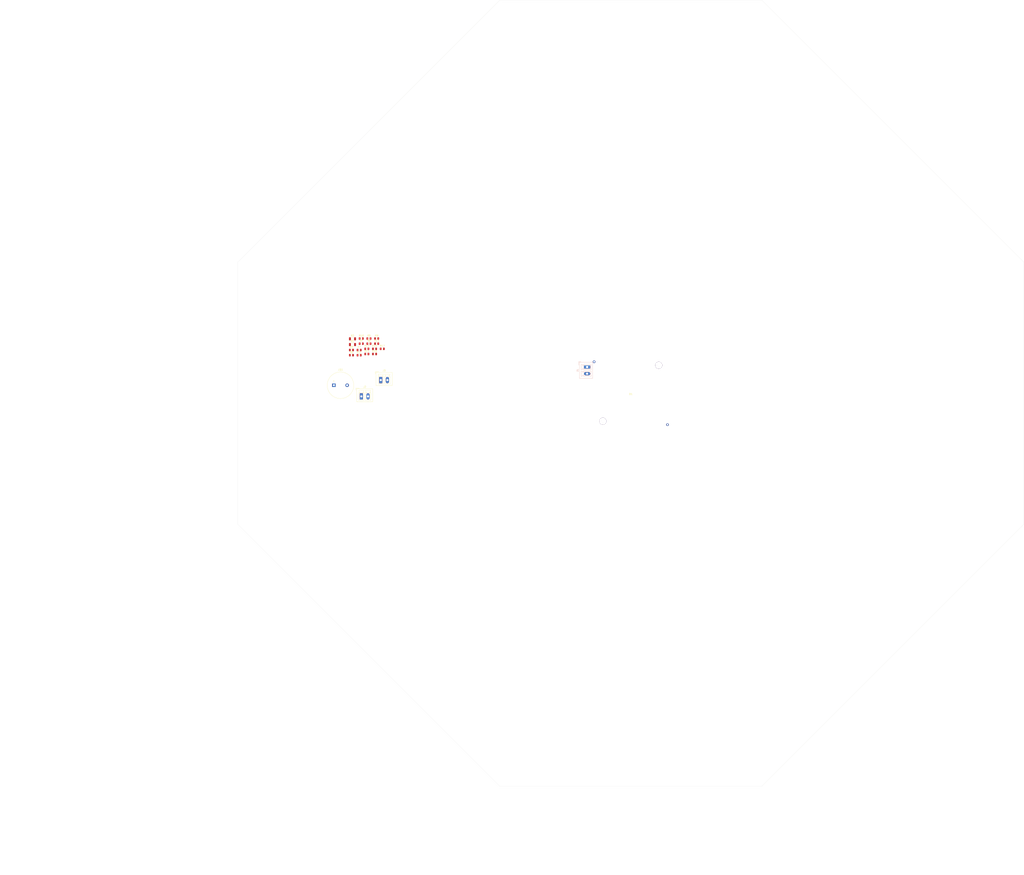
<source format=kicad_pcb>
(kicad_pcb (version 20171130) (host pcbnew 5.1.10)

  (general
    (thickness 1.6)
    (drawings 14)
    (tracks 0)
    (zones 0)
    (modules 22)
    (nets 23)
  )

  (page A1)
  (title_block
    (title "Ultrasonic Array Speaker")
    (date 2021-05-23)
    (rev 0.1)
    (company 000)
    (comment 1 "Design: Alejandro Bizzotto")
  )

  (layers
    (0 F.Cu signal)
    (31 B.Cu signal)
    (32 B.Adhes user)
    (33 F.Adhes user)
    (34 B.Paste user)
    (35 F.Paste user)
    (36 B.SilkS user)
    (37 F.SilkS user)
    (38 B.Mask user)
    (39 F.Mask user)
    (40 Dwgs.User user)
    (41 Cmts.User user)
    (42 Eco1.User user)
    (43 Eco2.User user)
    (44 Edge.Cuts user)
    (45 Margin user)
    (46 B.CrtYd user)
    (47 F.CrtYd user)
    (48 B.Fab user)
    (49 F.Fab user)
  )

  (setup
    (last_trace_width 0.25)
    (trace_clearance 0.2)
    (zone_clearance 0.508)
    (zone_45_only no)
    (trace_min 0.2)
    (via_size 0.8)
    (via_drill 0.4)
    (via_min_size 0.4)
    (via_min_drill 0.3)
    (uvia_size 0.3)
    (uvia_drill 0.1)
    (uvias_allowed no)
    (uvia_min_size 0.2)
    (uvia_min_drill 0.1)
    (edge_width 0.05)
    (segment_width 0.2)
    (pcb_text_width 0.3)
    (pcb_text_size 1.5 1.5)
    (mod_edge_width 0.12)
    (mod_text_size 1 1)
    (mod_text_width 0.15)
    (pad_size 1.524 1.524)
    (pad_drill 0.762)
    (pad_to_mask_clearance 0)
    (aux_axis_origin 0 0)
    (visible_elements FFFFFF7F)
    (pcbplotparams
      (layerselection 0x010fc_ffffffff)
      (usegerberextensions false)
      (usegerberattributes true)
      (usegerberadvancedattributes true)
      (creategerberjobfile true)
      (excludeedgelayer true)
      (linewidth 0.100000)
      (plotframeref false)
      (viasonmask false)
      (mode 1)
      (useauxorigin false)
      (hpglpennumber 1)
      (hpglpenspeed 20)
      (hpglpendiameter 15.000000)
      (psnegative false)
      (psa4output false)
      (plotreference true)
      (plotvalue true)
      (plotinvisibletext false)
      (padsonsilk false)
      (subtractmaskfromsilk false)
      (outputformat 1)
      (mirror false)
      (drillshape 1)
      (scaleselection 1)
      (outputdirectory ""))
  )

  (net 0 "")
  (net 1 "Net-(D1-Pad1)")
  (net 2 "Net-(D1-Pad2)")
  (net 3 "Net-(J2-Pad2)")
  (net 4 "Net-(J2-Pad1)")
  (net 5 "Net-(J3-Pad2)")
  (net 6 "Net-(J3-Pad1)")
  (net 7 "Net-(LS1-Pad2)")
  (net 8 "Net-(LS1-Pad1)")
  (net 9 "Net-(LS2-Pad1)")
  (net 10 "Net-(LS3-Pad1)")
  (net 11 "Net-(LS4-Pad1)")
  (net 12 "Net-(LS5-Pad1)")
  (net 13 "Net-(LS6-Pad1)")
  (net 14 "Net-(LS7-Pad1)")
  (net 15 "Net-(LS8-Pad1)")
  (net 16 "Net-(LS9-Pad1)")
  (net 17 "Net-(LS10-Pad1)")
  (net 18 "Net-(LS11-Pad1)")
  (net 19 "Net-(LS12-Pad1)")
  (net 20 "Net-(LS13-Pad1)")
  (net 21 "Net-(LS14-Pad1)")
  (net 22 "Net-(LS15-Pad1)")

  (net_class Default "This is the default net class."
    (clearance 0.2)
    (trace_width 0.25)
    (via_dia 0.8)
    (via_drill 0.4)
    (uvia_dia 0.3)
    (uvia_drill 0.1)
    (add_net "Net-(D1-Pad1)")
    (add_net "Net-(D1-Pad2)")
    (add_net "Net-(J2-Pad1)")
    (add_net "Net-(J2-Pad2)")
    (add_net "Net-(J3-Pad1)")
    (add_net "Net-(J3-Pad2)")
    (add_net "Net-(LS1-Pad1)")
    (add_net "Net-(LS1-Pad2)")
    (add_net "Net-(LS10-Pad1)")
    (add_net "Net-(LS11-Pad1)")
    (add_net "Net-(LS12-Pad1)")
    (add_net "Net-(LS13-Pad1)")
    (add_net "Net-(LS14-Pad1)")
    (add_net "Net-(LS15-Pad1)")
    (add_net "Net-(LS2-Pad1)")
    (add_net "Net-(LS3-Pad1)")
    (add_net "Net-(LS4-Pad1)")
    (add_net "Net-(LS5-Pad1)")
    (add_net "Net-(LS6-Pad1)")
    (add_net "Net-(LS7-Pad1)")
    (add_net "Net-(LS8-Pad1)")
    (add_net "Net-(LS9-Pad1)")
  )

  (module temp_pcb_lib:CXM-32_LED_38x38mm (layer F.Cu) (tedit 60AA8EF3) (tstamp 60AC25BA)
    (at 425 275)
    (path /60AA264F)
    (fp_text reference D1 (at 0 0.5) (layer F.SilkS)
      (effects (font (size 1 1) (thickness 0.15)))
    )
    (fp_text value LED (at 0 -0.5) (layer F.Fab)
      (effects (font (size 1 1) (thickness 0.15)))
    )
    (fp_line (start -19 -19) (end 19 -19) (layer F.CrtYd) (width 0.12))
    (fp_line (start 19 -19) (end 19 19) (layer F.CrtYd) (width 0.12))
    (fp_line (start 19 19) (end -19 19) (layer F.CrtYd) (width 0.12))
    (fp_line (start -19 19) (end -19 -19) (layer F.CrtYd) (width 0.12))
    (fp_line (start -20 -20) (end 20 -20) (layer F.Fab) (width 0.12))
    (fp_line (start 20 -20) (end 20 20) (layer F.Fab) (width 0.12))
    (fp_line (start 20 20) (end -20 20) (layer F.Fab) (width 0.12))
    (fp_line (start -20 20) (end -20 -20) (layer F.Fab) (width 0.12))
    (pad 1 thru_hole circle (at 21 18) (size 1.5 1.5) (drill 0.8) (layers *.Cu *.Mask)
      (net 1 "Net-(D1-Pad1)"))
    (pad 2 thru_hole circle (at -21 -18) (size 1.5 1.5) (drill 0.8) (layers *.Cu *.Mask)
      (net 2 "Net-(D1-Pad2)"))
    (pad "" thru_hole circle (at -16 16) (size 4 4) (drill 4) (layers *.Cu))
    (pad "" thru_hole circle (at 16 -16) (size 4 4) (drill 4) (layers *.Cu))
    (model /home/jano/kicad_lib/3d/CXM-32-AC40_DF_121918.STEP
      (at (xyz 0 0 0))
      (scale (xyz 1 1 1))
      (rotate (xyz 0 0 0))
    )
  )

  (module Resistor_SMD:R_0805_2012Metric (layer F.Cu) (tedit 5F68FEEE) (tstamp 60AB61D0)
    (at 282.75 249.59)
    (descr "Resistor SMD 0805 (2012 Metric), square (rectangular) end terminal, IPC_7351 nominal, (Body size source: IPC-SM-782 page 72, https://www.pcb-3d.com/wordpress/wp-content/uploads/ipc-sm-782a_amendment_1_and_2.pdf), generated with kicad-footprint-generator")
    (tags resistor)
    (path /621E41A6)
    (attr smd)
    (fp_text reference R17 (at 0 -1.65) (layer F.SilkS)
      (effects (font (size 1 1) (thickness 0.15)))
    )
    (fp_text value 0.1Ω (at 0 1.65) (layer F.Fab)
      (effects (font (size 1 1) (thickness 0.15)))
    )
    (fp_text user %R (at 0 0) (layer F.Fab)
      (effects (font (size 0.5 0.5) (thickness 0.08)))
    )
    (fp_line (start -1 0.625) (end -1 -0.625) (layer F.Fab) (width 0.1))
    (fp_line (start -1 -0.625) (end 1 -0.625) (layer F.Fab) (width 0.1))
    (fp_line (start 1 -0.625) (end 1 0.625) (layer F.Fab) (width 0.1))
    (fp_line (start 1 0.625) (end -1 0.625) (layer F.Fab) (width 0.1))
    (fp_line (start -0.227064 -0.735) (end 0.227064 -0.735) (layer F.SilkS) (width 0.12))
    (fp_line (start -0.227064 0.735) (end 0.227064 0.735) (layer F.SilkS) (width 0.12))
    (fp_line (start -1.68 0.95) (end -1.68 -0.95) (layer F.CrtYd) (width 0.05))
    (fp_line (start -1.68 -0.95) (end 1.68 -0.95) (layer F.CrtYd) (width 0.05))
    (fp_line (start 1.68 -0.95) (end 1.68 0.95) (layer F.CrtYd) (width 0.05))
    (fp_line (start 1.68 0.95) (end -1.68 0.95) (layer F.CrtYd) (width 0.05))
    (pad 2 smd roundrect (at 0.9125 0) (size 1.025 1.4) (layers F.Cu F.Paste F.Mask) (roundrect_rratio 0.243902)
      (net 5 "Net-(J3-Pad2)"))
    (pad 1 smd roundrect (at -0.9125 0) (size 1.025 1.4) (layers F.Cu F.Paste F.Mask) (roundrect_rratio 0.243902)
      (net 22 "Net-(LS15-Pad1)"))
    (model ${KISYS3DMOD}/Resistor_SMD.3dshapes/R_0805_2012Metric.wrl
      (at (xyz 0 0 0))
      (scale (xyz 1 1 1))
      (rotate (xyz 0 0 0))
    )
  )

  (module Resistor_SMD:R_0805_2012Metric (layer F.Cu) (tedit 5F68FEEE) (tstamp 60AB61BF)
    (at 278.34 252.54)
    (descr "Resistor SMD 0805 (2012 Metric), square (rectangular) end terminal, IPC_7351 nominal, (Body size source: IPC-SM-782 page 72, https://www.pcb-3d.com/wordpress/wp-content/uploads/ipc-sm-782a_amendment_1_and_2.pdf), generated with kicad-footprint-generator")
    (tags resistor)
    (path /621E4192)
    (attr smd)
    (fp_text reference R16 (at 0 -1.65) (layer F.SilkS)
      (effects (font (size 1 1) (thickness 0.15)))
    )
    (fp_text value 0.1Ω (at 0 1.65) (layer F.Fab)
      (effects (font (size 1 1) (thickness 0.15)))
    )
    (fp_text user %R (at 0 0) (layer F.Fab)
      (effects (font (size 0.5 0.5) (thickness 0.08)))
    )
    (fp_line (start -1 0.625) (end -1 -0.625) (layer F.Fab) (width 0.1))
    (fp_line (start -1 -0.625) (end 1 -0.625) (layer F.Fab) (width 0.1))
    (fp_line (start 1 -0.625) (end 1 0.625) (layer F.Fab) (width 0.1))
    (fp_line (start 1 0.625) (end -1 0.625) (layer F.Fab) (width 0.1))
    (fp_line (start -0.227064 -0.735) (end 0.227064 -0.735) (layer F.SilkS) (width 0.12))
    (fp_line (start -0.227064 0.735) (end 0.227064 0.735) (layer F.SilkS) (width 0.12))
    (fp_line (start -1.68 0.95) (end -1.68 -0.95) (layer F.CrtYd) (width 0.05))
    (fp_line (start -1.68 -0.95) (end 1.68 -0.95) (layer F.CrtYd) (width 0.05))
    (fp_line (start 1.68 -0.95) (end 1.68 0.95) (layer F.CrtYd) (width 0.05))
    (fp_line (start 1.68 0.95) (end -1.68 0.95) (layer F.CrtYd) (width 0.05))
    (pad 2 smd roundrect (at 0.9125 0) (size 1.025 1.4) (layers F.Cu F.Paste F.Mask) (roundrect_rratio 0.243902)
      (net 5 "Net-(J3-Pad2)"))
    (pad 1 smd roundrect (at -0.9125 0) (size 1.025 1.4) (layers F.Cu F.Paste F.Mask) (roundrect_rratio 0.243902)
      (net 21 "Net-(LS14-Pad1)"))
    (model ${KISYS3DMOD}/Resistor_SMD.3dshapes/R_0805_2012Metric.wrl
      (at (xyz 0 0 0))
      (scale (xyz 1 1 1))
      (rotate (xyz 0 0 0))
    )
  )

  (module Resistor_SMD:R_0805_2012Metric (layer F.Cu) (tedit 5F68FEEE) (tstamp 60AB61AE)
    (at 278.34 249.59)
    (descr "Resistor SMD 0805 (2012 Metric), square (rectangular) end terminal, IPC_7351 nominal, (Body size source: IPC-SM-782 page 72, https://www.pcb-3d.com/wordpress/wp-content/uploads/ipc-sm-782a_amendment_1_and_2.pdf), generated with kicad-footprint-generator")
    (tags resistor)
    (path /621E417E)
    (attr smd)
    (fp_text reference R15 (at 0 -1.65) (layer F.SilkS)
      (effects (font (size 1 1) (thickness 0.15)))
    )
    (fp_text value 0.1Ω (at 0 1.65) (layer F.Fab)
      (effects (font (size 1 1) (thickness 0.15)))
    )
    (fp_text user %R (at 0 0) (layer F.Fab)
      (effects (font (size 0.5 0.5) (thickness 0.08)))
    )
    (fp_line (start -1 0.625) (end -1 -0.625) (layer F.Fab) (width 0.1))
    (fp_line (start -1 -0.625) (end 1 -0.625) (layer F.Fab) (width 0.1))
    (fp_line (start 1 -0.625) (end 1 0.625) (layer F.Fab) (width 0.1))
    (fp_line (start 1 0.625) (end -1 0.625) (layer F.Fab) (width 0.1))
    (fp_line (start -0.227064 -0.735) (end 0.227064 -0.735) (layer F.SilkS) (width 0.12))
    (fp_line (start -0.227064 0.735) (end 0.227064 0.735) (layer F.SilkS) (width 0.12))
    (fp_line (start -1.68 0.95) (end -1.68 -0.95) (layer F.CrtYd) (width 0.05))
    (fp_line (start -1.68 -0.95) (end 1.68 -0.95) (layer F.CrtYd) (width 0.05))
    (fp_line (start 1.68 -0.95) (end 1.68 0.95) (layer F.CrtYd) (width 0.05))
    (fp_line (start 1.68 0.95) (end -1.68 0.95) (layer F.CrtYd) (width 0.05))
    (pad 2 smd roundrect (at 0.9125 0) (size 1.025 1.4) (layers F.Cu F.Paste F.Mask) (roundrect_rratio 0.243902)
      (net 5 "Net-(J3-Pad2)"))
    (pad 1 smd roundrect (at -0.9125 0) (size 1.025 1.4) (layers F.Cu F.Paste F.Mask) (roundrect_rratio 0.243902)
      (net 20 "Net-(LS13-Pad1)"))
    (model ${KISYS3DMOD}/Resistor_SMD.3dshapes/R_0805_2012Metric.wrl
      (at (xyz 0 0 0))
      (scale (xyz 1 1 1))
      (rotate (xyz 0 0 0))
    )
  )

  (module Resistor_SMD:R_0805_2012Metric (layer F.Cu) (tedit 5F68FEEE) (tstamp 60AB619D)
    (at 273.93 252.54)
    (descr "Resistor SMD 0805 (2012 Metric), square (rectangular) end terminal, IPC_7351 nominal, (Body size source: IPC-SM-782 page 72, https://www.pcb-3d.com/wordpress/wp-content/uploads/ipc-sm-782a_amendment_1_and_2.pdf), generated with kicad-footprint-generator")
    (tags resistor)
    (path /621E4168)
    (attr smd)
    (fp_text reference R14 (at 0 -1.65) (layer F.SilkS)
      (effects (font (size 1 1) (thickness 0.15)))
    )
    (fp_text value 0.1Ω (at 0 1.65) (layer F.Fab)
      (effects (font (size 1 1) (thickness 0.15)))
    )
    (fp_text user %R (at 0 0) (layer F.Fab)
      (effects (font (size 0.5 0.5) (thickness 0.08)))
    )
    (fp_line (start -1 0.625) (end -1 -0.625) (layer F.Fab) (width 0.1))
    (fp_line (start -1 -0.625) (end 1 -0.625) (layer F.Fab) (width 0.1))
    (fp_line (start 1 -0.625) (end 1 0.625) (layer F.Fab) (width 0.1))
    (fp_line (start 1 0.625) (end -1 0.625) (layer F.Fab) (width 0.1))
    (fp_line (start -0.227064 -0.735) (end 0.227064 -0.735) (layer F.SilkS) (width 0.12))
    (fp_line (start -0.227064 0.735) (end 0.227064 0.735) (layer F.SilkS) (width 0.12))
    (fp_line (start -1.68 0.95) (end -1.68 -0.95) (layer F.CrtYd) (width 0.05))
    (fp_line (start -1.68 -0.95) (end 1.68 -0.95) (layer F.CrtYd) (width 0.05))
    (fp_line (start 1.68 -0.95) (end 1.68 0.95) (layer F.CrtYd) (width 0.05))
    (fp_line (start 1.68 0.95) (end -1.68 0.95) (layer F.CrtYd) (width 0.05))
    (pad 2 smd roundrect (at 0.9125 0) (size 1.025 1.4) (layers F.Cu F.Paste F.Mask) (roundrect_rratio 0.243902)
      (net 5 "Net-(J3-Pad2)"))
    (pad 1 smd roundrect (at -0.9125 0) (size 1.025 1.4) (layers F.Cu F.Paste F.Mask) (roundrect_rratio 0.243902)
      (net 19 "Net-(LS12-Pad1)"))
    (model ${KISYS3DMOD}/Resistor_SMD.3dshapes/R_0805_2012Metric.wrl
      (at (xyz 0 0 0))
      (scale (xyz 1 1 1))
      (rotate (xyz 0 0 0))
    )
  )

  (module Resistor_SMD:R_0805_2012Metric (layer F.Cu) (tedit 5F68FEEE) (tstamp 60AB618C)
    (at 279.54 246.64)
    (descr "Resistor SMD 0805 (2012 Metric), square (rectangular) end terminal, IPC_7351 nominal, (Body size source: IPC-SM-782 page 72, https://www.pcb-3d.com/wordpress/wp-content/uploads/ipc-sm-782a_amendment_1_and_2.pdf), generated with kicad-footprint-generator")
    (tags resistor)
    (path /621E4151)
    (attr smd)
    (fp_text reference R13 (at 0 -1.65) (layer F.SilkS)
      (effects (font (size 1 1) (thickness 0.15)))
    )
    (fp_text value 0.1Ω (at 0 1.65) (layer F.Fab)
      (effects (font (size 1 1) (thickness 0.15)))
    )
    (fp_text user %R (at 0 0) (layer F.Fab)
      (effects (font (size 0.5 0.5) (thickness 0.08)))
    )
    (fp_line (start -1 0.625) (end -1 -0.625) (layer F.Fab) (width 0.1))
    (fp_line (start -1 -0.625) (end 1 -0.625) (layer F.Fab) (width 0.1))
    (fp_line (start 1 -0.625) (end 1 0.625) (layer F.Fab) (width 0.1))
    (fp_line (start 1 0.625) (end -1 0.625) (layer F.Fab) (width 0.1))
    (fp_line (start -0.227064 -0.735) (end 0.227064 -0.735) (layer F.SilkS) (width 0.12))
    (fp_line (start -0.227064 0.735) (end 0.227064 0.735) (layer F.SilkS) (width 0.12))
    (fp_line (start -1.68 0.95) (end -1.68 -0.95) (layer F.CrtYd) (width 0.05))
    (fp_line (start -1.68 -0.95) (end 1.68 -0.95) (layer F.CrtYd) (width 0.05))
    (fp_line (start 1.68 -0.95) (end 1.68 0.95) (layer F.CrtYd) (width 0.05))
    (fp_line (start 1.68 0.95) (end -1.68 0.95) (layer F.CrtYd) (width 0.05))
    (pad 2 smd roundrect (at 0.9125 0) (size 1.025 1.4) (layers F.Cu F.Paste F.Mask) (roundrect_rratio 0.243902)
      (net 5 "Net-(J3-Pad2)"))
    (pad 1 smd roundrect (at -0.9125 0) (size 1.025 1.4) (layers F.Cu F.Paste F.Mask) (roundrect_rratio 0.243902)
      (net 18 "Net-(LS11-Pad1)"))
    (model ${KISYS3DMOD}/Resistor_SMD.3dshapes/R_0805_2012Metric.wrl
      (at (xyz 0 0 0))
      (scale (xyz 1 1 1))
      (rotate (xyz 0 0 0))
    )
  )

  (module Resistor_SMD:R_0805_2012Metric (layer F.Cu) (tedit 5F68FEEE) (tstamp 60AB617B)
    (at 273.93 249.59)
    (descr "Resistor SMD 0805 (2012 Metric), square (rectangular) end terminal, IPC_7351 nominal, (Body size source: IPC-SM-782 page 72, https://www.pcb-3d.com/wordpress/wp-content/uploads/ipc-sm-782a_amendment_1_and_2.pdf), generated with kicad-footprint-generator")
    (tags resistor)
    (path /620EACC5)
    (attr smd)
    (fp_text reference R12 (at 0 -1.65) (layer F.SilkS)
      (effects (font (size 1 1) (thickness 0.15)))
    )
    (fp_text value 0.1Ω (at 0 1.65) (layer F.Fab)
      (effects (font (size 1 1) (thickness 0.15)))
    )
    (fp_text user %R (at 0 0) (layer F.Fab)
      (effects (font (size 0.5 0.5) (thickness 0.08)))
    )
    (fp_line (start -1 0.625) (end -1 -0.625) (layer F.Fab) (width 0.1))
    (fp_line (start -1 -0.625) (end 1 -0.625) (layer F.Fab) (width 0.1))
    (fp_line (start 1 -0.625) (end 1 0.625) (layer F.Fab) (width 0.1))
    (fp_line (start 1 0.625) (end -1 0.625) (layer F.Fab) (width 0.1))
    (fp_line (start -0.227064 -0.735) (end 0.227064 -0.735) (layer F.SilkS) (width 0.12))
    (fp_line (start -0.227064 0.735) (end 0.227064 0.735) (layer F.SilkS) (width 0.12))
    (fp_line (start -1.68 0.95) (end -1.68 -0.95) (layer F.CrtYd) (width 0.05))
    (fp_line (start -1.68 -0.95) (end 1.68 -0.95) (layer F.CrtYd) (width 0.05))
    (fp_line (start 1.68 -0.95) (end 1.68 0.95) (layer F.CrtYd) (width 0.05))
    (fp_line (start 1.68 0.95) (end -1.68 0.95) (layer F.CrtYd) (width 0.05))
    (pad 2 smd roundrect (at 0.9125 0) (size 1.025 1.4) (layers F.Cu F.Paste F.Mask) (roundrect_rratio 0.243902)
      (net 3 "Net-(J2-Pad2)"))
    (pad 1 smd roundrect (at -0.9125 0) (size 1.025 1.4) (layers F.Cu F.Paste F.Mask) (roundrect_rratio 0.243902)
      (net 17 "Net-(LS10-Pad1)"))
    (model ${KISYS3DMOD}/Resistor_SMD.3dshapes/R_0805_2012Metric.wrl
      (at (xyz 0 0 0))
      (scale (xyz 1 1 1))
      (rotate (xyz 0 0 0))
    )
  )

  (module Resistor_SMD:R_0805_2012Metric (layer F.Cu) (tedit 5F68FEEE) (tstamp 60AB616A)
    (at 269.52 253.22)
    (descr "Resistor SMD 0805 (2012 Metric), square (rectangular) end terminal, IPC_7351 nominal, (Body size source: IPC-SM-782 page 72, https://www.pcb-3d.com/wordpress/wp-content/uploads/ipc-sm-782a_amendment_1_and_2.pdf), generated with kicad-footprint-generator")
    (tags resistor)
    (path /620EACB1)
    (attr smd)
    (fp_text reference R11 (at 0 -1.65) (layer F.SilkS)
      (effects (font (size 1 1) (thickness 0.15)))
    )
    (fp_text value 0.1Ω (at 0 1.65) (layer F.Fab)
      (effects (font (size 1 1) (thickness 0.15)))
    )
    (fp_text user %R (at 0 0) (layer F.Fab)
      (effects (font (size 0.5 0.5) (thickness 0.08)))
    )
    (fp_line (start -1 0.625) (end -1 -0.625) (layer F.Fab) (width 0.1))
    (fp_line (start -1 -0.625) (end 1 -0.625) (layer F.Fab) (width 0.1))
    (fp_line (start 1 -0.625) (end 1 0.625) (layer F.Fab) (width 0.1))
    (fp_line (start 1 0.625) (end -1 0.625) (layer F.Fab) (width 0.1))
    (fp_line (start -0.227064 -0.735) (end 0.227064 -0.735) (layer F.SilkS) (width 0.12))
    (fp_line (start -0.227064 0.735) (end 0.227064 0.735) (layer F.SilkS) (width 0.12))
    (fp_line (start -1.68 0.95) (end -1.68 -0.95) (layer F.CrtYd) (width 0.05))
    (fp_line (start -1.68 -0.95) (end 1.68 -0.95) (layer F.CrtYd) (width 0.05))
    (fp_line (start 1.68 -0.95) (end 1.68 0.95) (layer F.CrtYd) (width 0.05))
    (fp_line (start 1.68 0.95) (end -1.68 0.95) (layer F.CrtYd) (width 0.05))
    (pad 2 smd roundrect (at 0.9125 0) (size 1.025 1.4) (layers F.Cu F.Paste F.Mask) (roundrect_rratio 0.243902)
      (net 3 "Net-(J2-Pad2)"))
    (pad 1 smd roundrect (at -0.9125 0) (size 1.025 1.4) (layers F.Cu F.Paste F.Mask) (roundrect_rratio 0.243902)
      (net 16 "Net-(LS9-Pad1)"))
    (model ${KISYS3DMOD}/Resistor_SMD.3dshapes/R_0805_2012Metric.wrl
      (at (xyz 0 0 0))
      (scale (xyz 1 1 1))
      (rotate (xyz 0 0 0))
    )
  )

  (module Resistor_SMD:R_0805_2012Metric (layer F.Cu) (tedit 5F68FEEE) (tstamp 60AB6159)
    (at 270.72 243.69)
    (descr "Resistor SMD 0805 (2012 Metric), square (rectangular) end terminal, IPC_7351 nominal, (Body size source: IPC-SM-782 page 72, https://www.pcb-3d.com/wordpress/wp-content/uploads/ipc-sm-782a_amendment_1_and_2.pdf), generated with kicad-footprint-generator")
    (tags resistor)
    (path /620EAC9D)
    (attr smd)
    (fp_text reference R10 (at 0 -1.65) (layer F.SilkS)
      (effects (font (size 1 1) (thickness 0.15)))
    )
    (fp_text value 0.1Ω (at 0 1.65) (layer F.Fab)
      (effects (font (size 1 1) (thickness 0.15)))
    )
    (fp_text user %R (at 0 0) (layer F.Fab)
      (effects (font (size 0.5 0.5) (thickness 0.08)))
    )
    (fp_line (start -1 0.625) (end -1 -0.625) (layer F.Fab) (width 0.1))
    (fp_line (start -1 -0.625) (end 1 -0.625) (layer F.Fab) (width 0.1))
    (fp_line (start 1 -0.625) (end 1 0.625) (layer F.Fab) (width 0.1))
    (fp_line (start 1 0.625) (end -1 0.625) (layer F.Fab) (width 0.1))
    (fp_line (start -0.227064 -0.735) (end 0.227064 -0.735) (layer F.SilkS) (width 0.12))
    (fp_line (start -0.227064 0.735) (end 0.227064 0.735) (layer F.SilkS) (width 0.12))
    (fp_line (start -1.68 0.95) (end -1.68 -0.95) (layer F.CrtYd) (width 0.05))
    (fp_line (start -1.68 -0.95) (end 1.68 -0.95) (layer F.CrtYd) (width 0.05))
    (fp_line (start 1.68 -0.95) (end 1.68 0.95) (layer F.CrtYd) (width 0.05))
    (fp_line (start 1.68 0.95) (end -1.68 0.95) (layer F.CrtYd) (width 0.05))
    (pad 2 smd roundrect (at 0.9125 0) (size 1.025 1.4) (layers F.Cu F.Paste F.Mask) (roundrect_rratio 0.243902)
      (net 3 "Net-(J2-Pad2)"))
    (pad 1 smd roundrect (at -0.9125 0) (size 1.025 1.4) (layers F.Cu F.Paste F.Mask) (roundrect_rratio 0.243902)
      (net 15 "Net-(LS8-Pad1)"))
    (model ${KISYS3DMOD}/Resistor_SMD.3dshapes/R_0805_2012Metric.wrl
      (at (xyz 0 0 0))
      (scale (xyz 1 1 1))
      (rotate (xyz 0 0 0))
    )
  )

  (module Resistor_SMD:R_0805_2012Metric (layer F.Cu) (tedit 5F68FEEE) (tstamp 60AB6148)
    (at 279.54 243.69)
    (descr "Resistor SMD 0805 (2012 Metric), square (rectangular) end terminal, IPC_7351 nominal, (Body size source: IPC-SM-782 page 72, https://www.pcb-3d.com/wordpress/wp-content/uploads/ipc-sm-782a_amendment_1_and_2.pdf), generated with kicad-footprint-generator")
    (tags resistor)
    (path /620EAC89)
    (attr smd)
    (fp_text reference R9 (at 0 -1.65) (layer F.SilkS)
      (effects (font (size 1 1) (thickness 0.15)))
    )
    (fp_text value 0.1Ω (at 0 1.65) (layer F.Fab)
      (effects (font (size 1 1) (thickness 0.15)))
    )
    (fp_text user %R (at 0 0) (layer F.Fab)
      (effects (font (size 0.5 0.5) (thickness 0.08)))
    )
    (fp_line (start -1 0.625) (end -1 -0.625) (layer F.Fab) (width 0.1))
    (fp_line (start -1 -0.625) (end 1 -0.625) (layer F.Fab) (width 0.1))
    (fp_line (start 1 -0.625) (end 1 0.625) (layer F.Fab) (width 0.1))
    (fp_line (start 1 0.625) (end -1 0.625) (layer F.Fab) (width 0.1))
    (fp_line (start -0.227064 -0.735) (end 0.227064 -0.735) (layer F.SilkS) (width 0.12))
    (fp_line (start -0.227064 0.735) (end 0.227064 0.735) (layer F.SilkS) (width 0.12))
    (fp_line (start -1.68 0.95) (end -1.68 -0.95) (layer F.CrtYd) (width 0.05))
    (fp_line (start -1.68 -0.95) (end 1.68 -0.95) (layer F.CrtYd) (width 0.05))
    (fp_line (start 1.68 -0.95) (end 1.68 0.95) (layer F.CrtYd) (width 0.05))
    (fp_line (start 1.68 0.95) (end -1.68 0.95) (layer F.CrtYd) (width 0.05))
    (pad 2 smd roundrect (at 0.9125 0) (size 1.025 1.4) (layers F.Cu F.Paste F.Mask) (roundrect_rratio 0.243902)
      (net 3 "Net-(J2-Pad2)"))
    (pad 1 smd roundrect (at -0.9125 0) (size 1.025 1.4) (layers F.Cu F.Paste F.Mask) (roundrect_rratio 0.243902)
      (net 14 "Net-(LS7-Pad1)"))
    (model ${KISYS3DMOD}/Resistor_SMD.3dshapes/R_0805_2012Metric.wrl
      (at (xyz 0 0 0))
      (scale (xyz 1 1 1))
      (rotate (xyz 0 0 0))
    )
  )

  (module Resistor_SMD:R_0805_2012Metric (layer F.Cu) (tedit 5F68FEEE) (tstamp 60AB6137)
    (at 275.13 246.64)
    (descr "Resistor SMD 0805 (2012 Metric), square (rectangular) end terminal, IPC_7351 nominal, (Body size source: IPC-SM-782 page 72, https://www.pcb-3d.com/wordpress/wp-content/uploads/ipc-sm-782a_amendment_1_and_2.pdf), generated with kicad-footprint-generator")
    (tags resistor)
    (path /620EAC75)
    (attr smd)
    (fp_text reference R8 (at 0 -1.65) (layer F.SilkS)
      (effects (font (size 1 1) (thickness 0.15)))
    )
    (fp_text value 0.1Ω (at 0 1.65) (layer F.Fab)
      (effects (font (size 1 1) (thickness 0.15)))
    )
    (fp_text user %R (at 0 0) (layer F.Fab)
      (effects (font (size 0.5 0.5) (thickness 0.08)))
    )
    (fp_line (start -1 0.625) (end -1 -0.625) (layer F.Fab) (width 0.1))
    (fp_line (start -1 -0.625) (end 1 -0.625) (layer F.Fab) (width 0.1))
    (fp_line (start 1 -0.625) (end 1 0.625) (layer F.Fab) (width 0.1))
    (fp_line (start 1 0.625) (end -1 0.625) (layer F.Fab) (width 0.1))
    (fp_line (start -0.227064 -0.735) (end 0.227064 -0.735) (layer F.SilkS) (width 0.12))
    (fp_line (start -0.227064 0.735) (end 0.227064 0.735) (layer F.SilkS) (width 0.12))
    (fp_line (start -1.68 0.95) (end -1.68 -0.95) (layer F.CrtYd) (width 0.05))
    (fp_line (start -1.68 -0.95) (end 1.68 -0.95) (layer F.CrtYd) (width 0.05))
    (fp_line (start 1.68 -0.95) (end 1.68 0.95) (layer F.CrtYd) (width 0.05))
    (fp_line (start 1.68 0.95) (end -1.68 0.95) (layer F.CrtYd) (width 0.05))
    (pad 2 smd roundrect (at 0.9125 0) (size 1.025 1.4) (layers F.Cu F.Paste F.Mask) (roundrect_rratio 0.243902)
      (net 3 "Net-(J2-Pad2)"))
    (pad 1 smd roundrect (at -0.9125 0) (size 1.025 1.4) (layers F.Cu F.Paste F.Mask) (roundrect_rratio 0.243902)
      (net 13 "Net-(LS6-Pad1)"))
    (model ${KISYS3DMOD}/Resistor_SMD.3dshapes/R_0805_2012Metric.wrl
      (at (xyz 0 0 0))
      (scale (xyz 1 1 1))
      (rotate (xyz 0 0 0))
    )
  )

  (module Resistor_SMD:R_0805_2012Metric (layer F.Cu) (tedit 5F68FEEE) (tstamp 60AB6126)
    (at 269.52 250.27)
    (descr "Resistor SMD 0805 (2012 Metric), square (rectangular) end terminal, IPC_7351 nominal, (Body size source: IPC-SM-782 page 72, https://www.pcb-3d.com/wordpress/wp-content/uploads/ipc-sm-782a_amendment_1_and_2.pdf), generated with kicad-footprint-generator")
    (tags resistor)
    (path /620EAC61)
    (attr smd)
    (fp_text reference R7 (at 0 -1.65) (layer F.SilkS)
      (effects (font (size 1 1) (thickness 0.15)))
    )
    (fp_text value 0.1Ω (at 0 1.65) (layer F.Fab)
      (effects (font (size 1 1) (thickness 0.15)))
    )
    (fp_text user %R (at 0 0) (layer F.Fab)
      (effects (font (size 0.5 0.5) (thickness 0.08)))
    )
    (fp_line (start -1 0.625) (end -1 -0.625) (layer F.Fab) (width 0.1))
    (fp_line (start -1 -0.625) (end 1 -0.625) (layer F.Fab) (width 0.1))
    (fp_line (start 1 -0.625) (end 1 0.625) (layer F.Fab) (width 0.1))
    (fp_line (start 1 0.625) (end -1 0.625) (layer F.Fab) (width 0.1))
    (fp_line (start -0.227064 -0.735) (end 0.227064 -0.735) (layer F.SilkS) (width 0.12))
    (fp_line (start -0.227064 0.735) (end 0.227064 0.735) (layer F.SilkS) (width 0.12))
    (fp_line (start -1.68 0.95) (end -1.68 -0.95) (layer F.CrtYd) (width 0.05))
    (fp_line (start -1.68 -0.95) (end 1.68 -0.95) (layer F.CrtYd) (width 0.05))
    (fp_line (start 1.68 -0.95) (end 1.68 0.95) (layer F.CrtYd) (width 0.05))
    (fp_line (start 1.68 0.95) (end -1.68 0.95) (layer F.CrtYd) (width 0.05))
    (pad 2 smd roundrect (at 0.9125 0) (size 1.025 1.4) (layers F.Cu F.Paste F.Mask) (roundrect_rratio 0.243902)
      (net 3 "Net-(J2-Pad2)"))
    (pad 1 smd roundrect (at -0.9125 0) (size 1.025 1.4) (layers F.Cu F.Paste F.Mask) (roundrect_rratio 0.243902)
      (net 12 "Net-(LS5-Pad1)"))
    (model ${KISYS3DMOD}/Resistor_SMD.3dshapes/R_0805_2012Metric.wrl
      (at (xyz 0 0 0))
      (scale (xyz 1 1 1))
      (rotate (xyz 0 0 0))
    )
  )

  (module Resistor_SMD:R_0805_2012Metric (layer F.Cu) (tedit 5F68FEEE) (tstamp 60AB6115)
    (at 265.11 253.22)
    (descr "Resistor SMD 0805 (2012 Metric), square (rectangular) end terminal, IPC_7351 nominal, (Body size source: IPC-SM-782 page 72, https://www.pcb-3d.com/wordpress/wp-content/uploads/ipc-sm-782a_amendment_1_and_2.pdf), generated with kicad-footprint-generator")
    (tags resistor)
    (path /620EAC4D)
    (attr smd)
    (fp_text reference R6 (at 0 -1.65) (layer F.SilkS)
      (effects (font (size 1 1) (thickness 0.15)))
    )
    (fp_text value 0.1Ω (at 0 1.65) (layer F.Fab)
      (effects (font (size 1 1) (thickness 0.15)))
    )
    (fp_text user %R (at 0 0) (layer F.Fab)
      (effects (font (size 0.5 0.5) (thickness 0.08)))
    )
    (fp_line (start -1 0.625) (end -1 -0.625) (layer F.Fab) (width 0.1))
    (fp_line (start -1 -0.625) (end 1 -0.625) (layer F.Fab) (width 0.1))
    (fp_line (start 1 -0.625) (end 1 0.625) (layer F.Fab) (width 0.1))
    (fp_line (start 1 0.625) (end -1 0.625) (layer F.Fab) (width 0.1))
    (fp_line (start -0.227064 -0.735) (end 0.227064 -0.735) (layer F.SilkS) (width 0.12))
    (fp_line (start -0.227064 0.735) (end 0.227064 0.735) (layer F.SilkS) (width 0.12))
    (fp_line (start -1.68 0.95) (end -1.68 -0.95) (layer F.CrtYd) (width 0.05))
    (fp_line (start -1.68 -0.95) (end 1.68 -0.95) (layer F.CrtYd) (width 0.05))
    (fp_line (start 1.68 -0.95) (end 1.68 0.95) (layer F.CrtYd) (width 0.05))
    (fp_line (start 1.68 0.95) (end -1.68 0.95) (layer F.CrtYd) (width 0.05))
    (pad 2 smd roundrect (at 0.9125 0) (size 1.025 1.4) (layers F.Cu F.Paste F.Mask) (roundrect_rratio 0.243902)
      (net 3 "Net-(J2-Pad2)"))
    (pad 1 smd roundrect (at -0.9125 0) (size 1.025 1.4) (layers F.Cu F.Paste F.Mask) (roundrect_rratio 0.243902)
      (net 11 "Net-(LS4-Pad1)"))
    (model ${KISYS3DMOD}/Resistor_SMD.3dshapes/R_0805_2012Metric.wrl
      (at (xyz 0 0 0))
      (scale (xyz 1 1 1))
      (rotate (xyz 0 0 0))
    )
  )

  (module Resistor_SMD:R_0805_2012Metric (layer F.Cu) (tedit 5F68FEEE) (tstamp 60AB6104)
    (at 275.13 243.69)
    (descr "Resistor SMD 0805 (2012 Metric), square (rectangular) end terminal, IPC_7351 nominal, (Body size source: IPC-SM-782 page 72, https://www.pcb-3d.com/wordpress/wp-content/uploads/ipc-sm-782a_amendment_1_and_2.pdf), generated with kicad-footprint-generator")
    (tags resistor)
    (path /620EAC39)
    (attr smd)
    (fp_text reference R5 (at 0 -1.65) (layer F.SilkS)
      (effects (font (size 1 1) (thickness 0.15)))
    )
    (fp_text value 0.1Ω (at 0 1.65) (layer F.Fab)
      (effects (font (size 1 1) (thickness 0.15)))
    )
    (fp_text user %R (at 0 0) (layer F.Fab)
      (effects (font (size 0.5 0.5) (thickness 0.08)))
    )
    (fp_line (start -1 0.625) (end -1 -0.625) (layer F.Fab) (width 0.1))
    (fp_line (start -1 -0.625) (end 1 -0.625) (layer F.Fab) (width 0.1))
    (fp_line (start 1 -0.625) (end 1 0.625) (layer F.Fab) (width 0.1))
    (fp_line (start 1 0.625) (end -1 0.625) (layer F.Fab) (width 0.1))
    (fp_line (start -0.227064 -0.735) (end 0.227064 -0.735) (layer F.SilkS) (width 0.12))
    (fp_line (start -0.227064 0.735) (end 0.227064 0.735) (layer F.SilkS) (width 0.12))
    (fp_line (start -1.68 0.95) (end -1.68 -0.95) (layer F.CrtYd) (width 0.05))
    (fp_line (start -1.68 -0.95) (end 1.68 -0.95) (layer F.CrtYd) (width 0.05))
    (fp_line (start 1.68 -0.95) (end 1.68 0.95) (layer F.CrtYd) (width 0.05))
    (fp_line (start 1.68 0.95) (end -1.68 0.95) (layer F.CrtYd) (width 0.05))
    (pad 2 smd roundrect (at 0.9125 0) (size 1.025 1.4) (layers F.Cu F.Paste F.Mask) (roundrect_rratio 0.243902)
      (net 3 "Net-(J2-Pad2)"))
    (pad 1 smd roundrect (at -0.9125 0) (size 1.025 1.4) (layers F.Cu F.Paste F.Mask) (roundrect_rratio 0.243902)
      (net 10 "Net-(LS3-Pad1)"))
    (model ${KISYS3DMOD}/Resistor_SMD.3dshapes/R_0805_2012Metric.wrl
      (at (xyz 0 0 0))
      (scale (xyz 1 1 1))
      (rotate (xyz 0 0 0))
    )
  )

  (module Resistor_SMD:R_0805_2012Metric (layer F.Cu) (tedit 5F68FEEE) (tstamp 60AB60F3)
    (at 270.72 246.64)
    (descr "Resistor SMD 0805 (2012 Metric), square (rectangular) end terminal, IPC_7351 nominal, (Body size source: IPC-SM-782 page 72, https://www.pcb-3d.com/wordpress/wp-content/uploads/ipc-sm-782a_amendment_1_and_2.pdf), generated with kicad-footprint-generator")
    (tags resistor)
    (path /620EAC23)
    (attr smd)
    (fp_text reference R4 (at 0 -1.65) (layer F.SilkS)
      (effects (font (size 1 1) (thickness 0.15)))
    )
    (fp_text value 0.1Ω (at 0 1.65) (layer F.Fab)
      (effects (font (size 1 1) (thickness 0.15)))
    )
    (fp_text user %R (at 0 0) (layer F.Fab)
      (effects (font (size 0.5 0.5) (thickness 0.08)))
    )
    (fp_line (start -1 0.625) (end -1 -0.625) (layer F.Fab) (width 0.1))
    (fp_line (start -1 -0.625) (end 1 -0.625) (layer F.Fab) (width 0.1))
    (fp_line (start 1 -0.625) (end 1 0.625) (layer F.Fab) (width 0.1))
    (fp_line (start 1 0.625) (end -1 0.625) (layer F.Fab) (width 0.1))
    (fp_line (start -0.227064 -0.735) (end 0.227064 -0.735) (layer F.SilkS) (width 0.12))
    (fp_line (start -0.227064 0.735) (end 0.227064 0.735) (layer F.SilkS) (width 0.12))
    (fp_line (start -1.68 0.95) (end -1.68 -0.95) (layer F.CrtYd) (width 0.05))
    (fp_line (start -1.68 -0.95) (end 1.68 -0.95) (layer F.CrtYd) (width 0.05))
    (fp_line (start 1.68 -0.95) (end 1.68 0.95) (layer F.CrtYd) (width 0.05))
    (fp_line (start 1.68 0.95) (end -1.68 0.95) (layer F.CrtYd) (width 0.05))
    (pad 2 smd roundrect (at 0.9125 0) (size 1.025 1.4) (layers F.Cu F.Paste F.Mask) (roundrect_rratio 0.243902)
      (net 3 "Net-(J2-Pad2)"))
    (pad 1 smd roundrect (at -0.9125 0) (size 1.025 1.4) (layers F.Cu F.Paste F.Mask) (roundrect_rratio 0.243902)
      (net 9 "Net-(LS2-Pad1)"))
    (model ${KISYS3DMOD}/Resistor_SMD.3dshapes/R_0805_2012Metric.wrl
      (at (xyz 0 0 0))
      (scale (xyz 1 1 1))
      (rotate (xyz 0 0 0))
    )
  )

  (module Resistor_SMD:R_0805_2012Metric (layer F.Cu) (tedit 5F68FEEE) (tstamp 60AB60E2)
    (at 265.11 250.27)
    (descr "Resistor SMD 0805 (2012 Metric), square (rectangular) end terminal, IPC_7351 nominal, (Body size source: IPC-SM-782 page 72, https://www.pcb-3d.com/wordpress/wp-content/uploads/ipc-sm-782a_amendment_1_and_2.pdf), generated with kicad-footprint-generator")
    (tags resistor)
    (path /620EAC0C)
    (attr smd)
    (fp_text reference R3 (at 0 -1.65) (layer F.SilkS)
      (effects (font (size 1 1) (thickness 0.15)))
    )
    (fp_text value 0.1Ω (at 0 1.65) (layer F.Fab)
      (effects (font (size 1 1) (thickness 0.15)))
    )
    (fp_text user %R (at 0 0) (layer F.Fab)
      (effects (font (size 0.5 0.5) (thickness 0.08)))
    )
    (fp_line (start -1 0.625) (end -1 -0.625) (layer F.Fab) (width 0.1))
    (fp_line (start -1 -0.625) (end 1 -0.625) (layer F.Fab) (width 0.1))
    (fp_line (start 1 -0.625) (end 1 0.625) (layer F.Fab) (width 0.1))
    (fp_line (start 1 0.625) (end -1 0.625) (layer F.Fab) (width 0.1))
    (fp_line (start -0.227064 -0.735) (end 0.227064 -0.735) (layer F.SilkS) (width 0.12))
    (fp_line (start -0.227064 0.735) (end 0.227064 0.735) (layer F.SilkS) (width 0.12))
    (fp_line (start -1.68 0.95) (end -1.68 -0.95) (layer F.CrtYd) (width 0.05))
    (fp_line (start -1.68 -0.95) (end 1.68 -0.95) (layer F.CrtYd) (width 0.05))
    (fp_line (start 1.68 -0.95) (end 1.68 0.95) (layer F.CrtYd) (width 0.05))
    (fp_line (start 1.68 0.95) (end -1.68 0.95) (layer F.CrtYd) (width 0.05))
    (pad 2 smd roundrect (at 0.9125 0) (size 1.025 1.4) (layers F.Cu F.Paste F.Mask) (roundrect_rratio 0.243902)
      (net 3 "Net-(J2-Pad2)"))
    (pad 1 smd roundrect (at -0.9125 0) (size 1.025 1.4) (layers F.Cu F.Paste F.Mask) (roundrect_rratio 0.243902)
      (net 8 "Net-(LS1-Pad1)"))
    (model ${KISYS3DMOD}/Resistor_SMD.3dshapes/R_0805_2012Metric.wrl
      (at (xyz 0 0 0))
      (scale (xyz 1 1 1))
      (rotate (xyz 0 0 0))
    )
  )

  (module Resistor_SMD:R_1206_3216Metric (layer F.Cu) (tedit 5F68FEEE) (tstamp 60AB60D1)
    (at 265.71 243.86)
    (descr "Resistor SMD 1206 (3216 Metric), square (rectangular) end terminal, IPC_7351 nominal, (Body size source: IPC-SM-782 page 72, https://www.pcb-3d.com/wordpress/wp-content/uploads/ipc-sm-782a_amendment_1_and_2.pdf), generated with kicad-footprint-generator")
    (tags resistor)
    (path /6245DC74)
    (attr smd)
    (fp_text reference R2 (at 0 -1.82) (layer F.SilkS)
      (effects (font (size 1 1) (thickness 0.15)))
    )
    (fp_text value 0Ω (at 0 1.82) (layer F.Fab)
      (effects (font (size 1 1) (thickness 0.15)))
    )
    (fp_text user %R (at 0 0) (layer F.Fab)
      (effects (font (size 0.8 0.8) (thickness 0.12)))
    )
    (fp_line (start -1.6 0.8) (end -1.6 -0.8) (layer F.Fab) (width 0.1))
    (fp_line (start -1.6 -0.8) (end 1.6 -0.8) (layer F.Fab) (width 0.1))
    (fp_line (start 1.6 -0.8) (end 1.6 0.8) (layer F.Fab) (width 0.1))
    (fp_line (start 1.6 0.8) (end -1.6 0.8) (layer F.Fab) (width 0.1))
    (fp_line (start -0.727064 -0.91) (end 0.727064 -0.91) (layer F.SilkS) (width 0.12))
    (fp_line (start -0.727064 0.91) (end 0.727064 0.91) (layer F.SilkS) (width 0.12))
    (fp_line (start -2.28 1.12) (end -2.28 -1.12) (layer F.CrtYd) (width 0.05))
    (fp_line (start -2.28 -1.12) (end 2.28 -1.12) (layer F.CrtYd) (width 0.05))
    (fp_line (start 2.28 -1.12) (end 2.28 1.12) (layer F.CrtYd) (width 0.05))
    (fp_line (start 2.28 1.12) (end -2.28 1.12) (layer F.CrtYd) (width 0.05))
    (pad 2 smd roundrect (at 1.4625 0) (size 1.125 1.75) (layers F.Cu F.Paste F.Mask) (roundrect_rratio 0.222222)
      (net 6 "Net-(J3-Pad1)"))
    (pad 1 smd roundrect (at -1.4625 0) (size 1.125 1.75) (layers F.Cu F.Paste F.Mask) (roundrect_rratio 0.222222)
      (net 4 "Net-(J2-Pad1)"))
    (model ${KISYS3DMOD}/Resistor_SMD.3dshapes/R_1206_3216Metric.wrl
      (at (xyz 0 0 0))
      (scale (xyz 1 1 1))
      (rotate (xyz 0 0 0))
    )
  )

  (module Resistor_SMD:R_1206_3216Metric (layer F.Cu) (tedit 5F68FEEE) (tstamp 60AB60C0)
    (at 265.71 247.15)
    (descr "Resistor SMD 1206 (3216 Metric), square (rectangular) end terminal, IPC_7351 nominal, (Body size source: IPC-SM-782 page 72, https://www.pcb-3d.com/wordpress/wp-content/uploads/ipc-sm-782a_amendment_1_and_2.pdf), generated with kicad-footprint-generator")
    (tags resistor)
    (path /62681CA0)
    (attr smd)
    (fp_text reference R1 (at 0 -1.82) (layer F.SilkS)
      (effects (font (size 1 1) (thickness 0.15)))
    )
    (fp_text value 0Ω (at 0 1.82) (layer F.Fab)
      (effects (font (size 1 1) (thickness 0.15)))
    )
    (fp_text user %R (at 0 0) (layer F.Fab)
      (effects (font (size 0.8 0.8) (thickness 0.12)))
    )
    (fp_line (start -1.6 0.8) (end -1.6 -0.8) (layer F.Fab) (width 0.1))
    (fp_line (start -1.6 -0.8) (end 1.6 -0.8) (layer F.Fab) (width 0.1))
    (fp_line (start 1.6 -0.8) (end 1.6 0.8) (layer F.Fab) (width 0.1))
    (fp_line (start 1.6 0.8) (end -1.6 0.8) (layer F.Fab) (width 0.1))
    (fp_line (start -0.727064 -0.91) (end 0.727064 -0.91) (layer F.SilkS) (width 0.12))
    (fp_line (start -0.727064 0.91) (end 0.727064 0.91) (layer F.SilkS) (width 0.12))
    (fp_line (start -2.28 1.12) (end -2.28 -1.12) (layer F.CrtYd) (width 0.05))
    (fp_line (start -2.28 -1.12) (end 2.28 -1.12) (layer F.CrtYd) (width 0.05))
    (fp_line (start 2.28 -1.12) (end 2.28 1.12) (layer F.CrtYd) (width 0.05))
    (fp_line (start 2.28 1.12) (end -2.28 1.12) (layer F.CrtYd) (width 0.05))
    (pad 2 smd roundrect (at 1.4625 0) (size 1.125 1.75) (layers F.Cu F.Paste F.Mask) (roundrect_rratio 0.222222)
      (net 5 "Net-(J3-Pad2)"))
    (pad 1 smd roundrect (at -1.4625 0) (size 1.125 1.75) (layers F.Cu F.Paste F.Mask) (roundrect_rratio 0.222222)
      (net 3 "Net-(J2-Pad2)"))
    (model ${KISYS3DMOD}/Resistor_SMD.3dshapes/R_1206_3216Metric.wrl
      (at (xyz 0 0 0))
      (scale (xyz 1 1 1))
      (rotate (xyz 0 0 0))
    )
  )

  (module Buzzer_Beeper:Buzzer_15x7.5RM7.6 (layer F.Cu) (tedit 5A030281) (tstamp 60AB5C75)
    (at 255.055 270.435)
    (descr "Generic Buzzer, D15mm height 7.5mm with RM7.6mm")
    (tags buzzer)
    (path /620EAB6F)
    (fp_text reference LS1 (at 3.81 -8.89) (layer F.SilkS)
      (effects (font (size 1 1) (thickness 0.15)))
    )
    (fp_text value Ultrasonic (at 3.81 8.89) (layer F.Fab)
      (effects (font (size 1 1) (thickness 0.15)))
    )
    (fp_text user %R (at 3.8 -4) (layer F.Fab)
      (effects (font (size 1 1) (thickness 0.15)))
    )
    (fp_text user + (at -0.01 -2.54) (layer F.SilkS)
      (effects (font (size 1 1) (thickness 0.15)))
    )
    (fp_text user + (at -0.01 -2.54) (layer F.Fab)
      (effects (font (size 1 1) (thickness 0.15)))
    )
    (fp_circle (center 3.8 0) (end 11.55 0) (layer F.CrtYd) (width 0.05))
    (fp_circle (center 3.8 0) (end 11.3 0) (layer F.Fab) (width 0.1))
    (fp_circle (center 3.8 0) (end 4.8 0) (layer F.Fab) (width 0.1))
    (fp_circle (center 3.8 0) (end 11.4 0) (layer F.SilkS) (width 0.12))
    (pad 2 thru_hole circle (at 7.6 0) (size 2 2) (drill 1) (layers *.Cu *.Mask)
      (net 7 "Net-(LS1-Pad2)"))
    (pad 1 thru_hole rect (at 0 0) (size 2 2) (drill 1) (layers *.Cu *.Mask)
      (net 8 "Net-(LS1-Pad1)"))
    (model ${KISYS3DMOD}/Buzzer_Beeper.3dshapes/Buzzer_15x7.5RM7.6.wrl
      (at (xyz 0 0 0))
      (scale (xyz 1 1 1))
      (rotate (xyz 0 0 0))
    )
  )

  (module Connector_Phoenix_MC:PhoenixContact_MCV_1,5_2-G-3.81_1x02_P3.81mm_Vertical (layer F.Cu) (tedit 5B784ED1) (tstamp 60AB5C68)
    (at 281.88 267.47)
    (descr "Generic Phoenix Contact connector footprint for: MCV_1,5/2-G-3.81; number of pins: 02; pin pitch: 3.81mm; Vertical || order number: 1803426 8A 160V")
    (tags "phoenix_contact connector MCV_01x02_G_3.81mm")
    (path /621E1AD5)
    (fp_text reference J3 (at 1.9 -5.45) (layer F.SilkS)
      (effects (font (size 1 1) (thickness 0.15)))
    )
    (fp_text value "Array set 1" (at 1.9 4.2) (layer F.Fab)
      (effects (font (size 1 1) (thickness 0.15)))
    )
    (fp_text user %R (at 1.9 -3.55) (layer F.Fab)
      (effects (font (size 1 1) (thickness 0.15)))
    )
    (fp_arc (start 3.81 3.95) (end 3.06 2.25) (angle 47.6) (layer F.SilkS) (width 0.12))
    (fp_arc (start 0 3.95) (end -0.75 2.25) (angle 47.6) (layer F.SilkS) (width 0.12))
    (fp_line (start -2.71 -4.36) (end -2.71 3.11) (layer F.SilkS) (width 0.12))
    (fp_line (start -2.71 3.11) (end 6.52 3.11) (layer F.SilkS) (width 0.12))
    (fp_line (start 6.52 3.11) (end 6.52 -4.36) (layer F.SilkS) (width 0.12))
    (fp_line (start 6.52 -4.36) (end -2.71 -4.36) (layer F.SilkS) (width 0.12))
    (fp_line (start -2.6 -4.25) (end -2.6 3) (layer F.Fab) (width 0.1))
    (fp_line (start -2.6 3) (end 6.41 3) (layer F.Fab) (width 0.1))
    (fp_line (start 6.41 3) (end 6.41 -4.25) (layer F.Fab) (width 0.1))
    (fp_line (start 6.41 -4.25) (end -2.6 -4.25) (layer F.Fab) (width 0.1))
    (fp_line (start -0.75 2.25) (end -1.5 2.25) (layer F.SilkS) (width 0.12))
    (fp_line (start -1.5 2.25) (end -1.5 -2.05) (layer F.SilkS) (width 0.12))
    (fp_line (start -1.5 -2.05) (end -0.75 -2.05) (layer F.SilkS) (width 0.12))
    (fp_line (start -0.75 -2.05) (end -0.75 -2.4) (layer F.SilkS) (width 0.12))
    (fp_line (start -0.75 -2.4) (end -1.25 -2.4) (layer F.SilkS) (width 0.12))
    (fp_line (start -1.25 -2.4) (end -1.5 -3.4) (layer F.SilkS) (width 0.12))
    (fp_line (start -1.5 -3.4) (end 1.5 -3.4) (layer F.SilkS) (width 0.12))
    (fp_line (start 1.5 -3.4) (end 1.25 -2.4) (layer F.SilkS) (width 0.12))
    (fp_line (start 1.25 -2.4) (end 0.75 -2.4) (layer F.SilkS) (width 0.12))
    (fp_line (start 0.75 -2.4) (end 0.75 -2.05) (layer F.SilkS) (width 0.12))
    (fp_line (start 0.75 -2.05) (end 1.5 -2.05) (layer F.SilkS) (width 0.12))
    (fp_line (start 1.5 -2.05) (end 1.5 2.25) (layer F.SilkS) (width 0.12))
    (fp_line (start 1.5 2.25) (end 0.75 2.25) (layer F.SilkS) (width 0.12))
    (fp_line (start 3.06 2.25) (end 2.31 2.25) (layer F.SilkS) (width 0.12))
    (fp_line (start 2.31 2.25) (end 2.31 -2.05) (layer F.SilkS) (width 0.12))
    (fp_line (start 2.31 -2.05) (end 3.06 -2.05) (layer F.SilkS) (width 0.12))
    (fp_line (start 3.06 -2.05) (end 3.06 -2.4) (layer F.SilkS) (width 0.12))
    (fp_line (start 3.06 -2.4) (end 2.56 -2.4) (layer F.SilkS) (width 0.12))
    (fp_line (start 2.56 -2.4) (end 2.31 -3.4) (layer F.SilkS) (width 0.12))
    (fp_line (start 2.31 -3.4) (end 5.31 -3.4) (layer F.SilkS) (width 0.12))
    (fp_line (start 5.31 -3.4) (end 5.06 -2.4) (layer F.SilkS) (width 0.12))
    (fp_line (start 5.06 -2.4) (end 4.56 -2.4) (layer F.SilkS) (width 0.12))
    (fp_line (start 4.56 -2.4) (end 4.56 -2.05) (layer F.SilkS) (width 0.12))
    (fp_line (start 4.56 -2.05) (end 5.31 -2.05) (layer F.SilkS) (width 0.12))
    (fp_line (start 5.31 -2.05) (end 5.31 2.25) (layer F.SilkS) (width 0.12))
    (fp_line (start 5.31 2.25) (end 4.56 2.25) (layer F.SilkS) (width 0.12))
    (fp_line (start -3.1 -4.75) (end -3.1 3.5) (layer F.CrtYd) (width 0.05))
    (fp_line (start -3.1 3.5) (end 6.91 3.5) (layer F.CrtYd) (width 0.05))
    (fp_line (start 6.91 3.5) (end 6.91 -4.75) (layer F.CrtYd) (width 0.05))
    (fp_line (start 6.91 -4.75) (end -3.1 -4.75) (layer F.CrtYd) (width 0.05))
    (fp_line (start -3.1 -3.5) (end -3.1 -4.75) (layer F.SilkS) (width 0.12))
    (fp_line (start -3.1 -4.75) (end -1.1 -4.75) (layer F.SilkS) (width 0.12))
    (fp_line (start -3.1 -3.5) (end -3.1 -4.75) (layer F.Fab) (width 0.1))
    (fp_line (start -3.1 -4.75) (end -1.1 -4.75) (layer F.Fab) (width 0.1))
    (pad 2 thru_hole oval (at 3.81 0) (size 1.8 3.6) (drill 1.2) (layers *.Cu *.Mask)
      (net 5 "Net-(J3-Pad2)"))
    (pad 1 thru_hole roundrect (at 0 0) (size 1.8 3.6) (drill 1.2) (layers *.Cu *.Mask) (roundrect_rratio 0.138889)
      (net 6 "Net-(J3-Pad1)"))
    (model ${KISYS3DMOD}/Connector_Phoenix_MC.3dshapes/PhoenixContact_MCV_1,5_2-G-3.81_1x02_P3.81mm_Vertical.wrl
      (at (xyz 0 0 0))
      (scale (xyz 1 1 1))
      (rotate (xyz 0 0 0))
    )
  )

  (module Connector_Phoenix_MC:PhoenixContact_MCV_1,5_2-G-3.81_1x02_P3.81mm_Vertical (layer F.Cu) (tedit 5B784ED1) (tstamp 60AB5C35)
    (at 270.79 276.8)
    (descr "Generic Phoenix Contact connector footprint for: MCV_1,5/2-G-3.81; number of pins: 02; pin pitch: 3.81mm; Vertical || order number: 1803426 8A 160V")
    (tags "phoenix_contact connector MCV_01x02_G_3.81mm")
    (path /60AA4C14)
    (fp_text reference J2 (at 1.9 -5.45) (layer F.SilkS)
      (effects (font (size 1 1) (thickness 0.15)))
    )
    (fp_text value "Array set 0" (at 1.9 4.2) (layer F.Fab)
      (effects (font (size 1 1) (thickness 0.15)))
    )
    (fp_text user %R (at 1.9 -3.55) (layer F.Fab)
      (effects (font (size 1 1) (thickness 0.15)))
    )
    (fp_arc (start 3.81 3.95) (end 3.06 2.25) (angle 47.6) (layer F.SilkS) (width 0.12))
    (fp_arc (start 0 3.95) (end -0.75 2.25) (angle 47.6) (layer F.SilkS) (width 0.12))
    (fp_line (start -2.71 -4.36) (end -2.71 3.11) (layer F.SilkS) (width 0.12))
    (fp_line (start -2.71 3.11) (end 6.52 3.11) (layer F.SilkS) (width 0.12))
    (fp_line (start 6.52 3.11) (end 6.52 -4.36) (layer F.SilkS) (width 0.12))
    (fp_line (start 6.52 -4.36) (end -2.71 -4.36) (layer F.SilkS) (width 0.12))
    (fp_line (start -2.6 -4.25) (end -2.6 3) (layer F.Fab) (width 0.1))
    (fp_line (start -2.6 3) (end 6.41 3) (layer F.Fab) (width 0.1))
    (fp_line (start 6.41 3) (end 6.41 -4.25) (layer F.Fab) (width 0.1))
    (fp_line (start 6.41 -4.25) (end -2.6 -4.25) (layer F.Fab) (width 0.1))
    (fp_line (start -0.75 2.25) (end -1.5 2.25) (layer F.SilkS) (width 0.12))
    (fp_line (start -1.5 2.25) (end -1.5 -2.05) (layer F.SilkS) (width 0.12))
    (fp_line (start -1.5 -2.05) (end -0.75 -2.05) (layer F.SilkS) (width 0.12))
    (fp_line (start -0.75 -2.05) (end -0.75 -2.4) (layer F.SilkS) (width 0.12))
    (fp_line (start -0.75 -2.4) (end -1.25 -2.4) (layer F.SilkS) (width 0.12))
    (fp_line (start -1.25 -2.4) (end -1.5 -3.4) (layer F.SilkS) (width 0.12))
    (fp_line (start -1.5 -3.4) (end 1.5 -3.4) (layer F.SilkS) (width 0.12))
    (fp_line (start 1.5 -3.4) (end 1.25 -2.4) (layer F.SilkS) (width 0.12))
    (fp_line (start 1.25 -2.4) (end 0.75 -2.4) (layer F.SilkS) (width 0.12))
    (fp_line (start 0.75 -2.4) (end 0.75 -2.05) (layer F.SilkS) (width 0.12))
    (fp_line (start 0.75 -2.05) (end 1.5 -2.05) (layer F.SilkS) (width 0.12))
    (fp_line (start 1.5 -2.05) (end 1.5 2.25) (layer F.SilkS) (width 0.12))
    (fp_line (start 1.5 2.25) (end 0.75 2.25) (layer F.SilkS) (width 0.12))
    (fp_line (start 3.06 2.25) (end 2.31 2.25) (layer F.SilkS) (width 0.12))
    (fp_line (start 2.31 2.25) (end 2.31 -2.05) (layer F.SilkS) (width 0.12))
    (fp_line (start 2.31 -2.05) (end 3.06 -2.05) (layer F.SilkS) (width 0.12))
    (fp_line (start 3.06 -2.05) (end 3.06 -2.4) (layer F.SilkS) (width 0.12))
    (fp_line (start 3.06 -2.4) (end 2.56 -2.4) (layer F.SilkS) (width 0.12))
    (fp_line (start 2.56 -2.4) (end 2.31 -3.4) (layer F.SilkS) (width 0.12))
    (fp_line (start 2.31 -3.4) (end 5.31 -3.4) (layer F.SilkS) (width 0.12))
    (fp_line (start 5.31 -3.4) (end 5.06 -2.4) (layer F.SilkS) (width 0.12))
    (fp_line (start 5.06 -2.4) (end 4.56 -2.4) (layer F.SilkS) (width 0.12))
    (fp_line (start 4.56 -2.4) (end 4.56 -2.05) (layer F.SilkS) (width 0.12))
    (fp_line (start 4.56 -2.05) (end 5.31 -2.05) (layer F.SilkS) (width 0.12))
    (fp_line (start 5.31 -2.05) (end 5.31 2.25) (layer F.SilkS) (width 0.12))
    (fp_line (start 5.31 2.25) (end 4.56 2.25) (layer F.SilkS) (width 0.12))
    (fp_line (start -3.1 -4.75) (end -3.1 3.5) (layer F.CrtYd) (width 0.05))
    (fp_line (start -3.1 3.5) (end 6.91 3.5) (layer F.CrtYd) (width 0.05))
    (fp_line (start 6.91 3.5) (end 6.91 -4.75) (layer F.CrtYd) (width 0.05))
    (fp_line (start 6.91 -4.75) (end -3.1 -4.75) (layer F.CrtYd) (width 0.05))
    (fp_line (start -3.1 -3.5) (end -3.1 -4.75) (layer F.SilkS) (width 0.12))
    (fp_line (start -3.1 -4.75) (end -1.1 -4.75) (layer F.SilkS) (width 0.12))
    (fp_line (start -3.1 -3.5) (end -3.1 -4.75) (layer F.Fab) (width 0.1))
    (fp_line (start -3.1 -4.75) (end -1.1 -4.75) (layer F.Fab) (width 0.1))
    (pad 2 thru_hole oval (at 3.81 0) (size 1.8 3.6) (drill 1.2) (layers *.Cu *.Mask)
      (net 3 "Net-(J2-Pad2)"))
    (pad 1 thru_hole roundrect (at 0 0) (size 1.8 3.6) (drill 1.2) (layers *.Cu *.Mask) (roundrect_rratio 0.138889)
      (net 4 "Net-(J2-Pad1)"))
    (model ${KISYS3DMOD}/Connector_Phoenix_MC.3dshapes/PhoenixContact_MCV_1,5_2-G-3.81_1x02_P3.81mm_Vertical.wrl
      (at (xyz 0 0 0))
      (scale (xyz 1 1 1))
      (rotate (xyz 0 0 0))
    )
  )

  (module Connector_Phoenix_MC:PhoenixContact_MCV_1,5_2-G-3.81_1x02_P3.81mm_Vertical (layer B.Cu) (tedit 5B784ED1) (tstamp 60AB5C02)
    (at 400 260 270)
    (descr "Generic Phoenix Contact connector footprint for: MCV_1,5/2-G-3.81; number of pins: 02; pin pitch: 3.81mm; Vertical || order number: 1803426 8A 160V")
    (tags "phoenix_contact connector MCV_01x02_G_3.81mm")
    (path /60AA16D4)
    (fp_text reference J1 (at 1.9 5.45 270) (layer B.SilkS)
      (effects (font (size 1 1) (thickness 0.15)) (justify mirror))
    )
    (fp_text value LED (at 1.9 -4.2 270) (layer B.Fab)
      (effects (font (size 1 1) (thickness 0.15)) (justify mirror))
    )
    (fp_text user %R (at 1.9 3.55 270) (layer B.Fab)
      (effects (font (size 1 1) (thickness 0.15)) (justify mirror))
    )
    (fp_arc (start 3.81 -3.95) (end 3.06 -2.25) (angle -47.6) (layer B.SilkS) (width 0.12))
    (fp_arc (start 0 -3.95) (end -0.75 -2.25) (angle -47.6) (layer B.SilkS) (width 0.12))
    (fp_line (start -2.71 4.36) (end -2.71 -3.11) (layer B.SilkS) (width 0.12))
    (fp_line (start -2.71 -3.11) (end 6.52 -3.11) (layer B.SilkS) (width 0.12))
    (fp_line (start 6.52 -3.11) (end 6.52 4.36) (layer B.SilkS) (width 0.12))
    (fp_line (start 6.52 4.36) (end -2.71 4.36) (layer B.SilkS) (width 0.12))
    (fp_line (start -2.6 4.25) (end -2.6 -3) (layer B.Fab) (width 0.1))
    (fp_line (start -2.6 -3) (end 6.41 -3) (layer B.Fab) (width 0.1))
    (fp_line (start 6.41 -3) (end 6.41 4.25) (layer B.Fab) (width 0.1))
    (fp_line (start 6.41 4.25) (end -2.6 4.25) (layer B.Fab) (width 0.1))
    (fp_line (start -0.75 -2.25) (end -1.5 -2.25) (layer B.SilkS) (width 0.12))
    (fp_line (start -1.5 -2.25) (end -1.5 2.05) (layer B.SilkS) (width 0.12))
    (fp_line (start -1.5 2.05) (end -0.75 2.05) (layer B.SilkS) (width 0.12))
    (fp_line (start -0.75 2.05) (end -0.75 2.4) (layer B.SilkS) (width 0.12))
    (fp_line (start -0.75 2.4) (end -1.25 2.4) (layer B.SilkS) (width 0.12))
    (fp_line (start -1.25 2.4) (end -1.5 3.4) (layer B.SilkS) (width 0.12))
    (fp_line (start -1.5 3.4) (end 1.5 3.4) (layer B.SilkS) (width 0.12))
    (fp_line (start 1.5 3.4) (end 1.25 2.4) (layer B.SilkS) (width 0.12))
    (fp_line (start 1.25 2.4) (end 0.75 2.4) (layer B.SilkS) (width 0.12))
    (fp_line (start 0.75 2.4) (end 0.75 2.05) (layer B.SilkS) (width 0.12))
    (fp_line (start 0.75 2.05) (end 1.5 2.05) (layer B.SilkS) (width 0.12))
    (fp_line (start 1.5 2.05) (end 1.5 -2.25) (layer B.SilkS) (width 0.12))
    (fp_line (start 1.5 -2.25) (end 0.75 -2.25) (layer B.SilkS) (width 0.12))
    (fp_line (start 3.06 -2.25) (end 2.31 -2.25) (layer B.SilkS) (width 0.12))
    (fp_line (start 2.31 -2.25) (end 2.31 2.05) (layer B.SilkS) (width 0.12))
    (fp_line (start 2.31 2.05) (end 3.06 2.05) (layer B.SilkS) (width 0.12))
    (fp_line (start 3.06 2.05) (end 3.06 2.4) (layer B.SilkS) (width 0.12))
    (fp_line (start 3.06 2.4) (end 2.56 2.4) (layer B.SilkS) (width 0.12))
    (fp_line (start 2.56 2.4) (end 2.31 3.4) (layer B.SilkS) (width 0.12))
    (fp_line (start 2.31 3.4) (end 5.31 3.4) (layer B.SilkS) (width 0.12))
    (fp_line (start 5.31 3.4) (end 5.06 2.4) (layer B.SilkS) (width 0.12))
    (fp_line (start 5.06 2.4) (end 4.56 2.4) (layer B.SilkS) (width 0.12))
    (fp_line (start 4.56 2.4) (end 4.56 2.05) (layer B.SilkS) (width 0.12))
    (fp_line (start 4.56 2.05) (end 5.31 2.05) (layer B.SilkS) (width 0.12))
    (fp_line (start 5.31 2.05) (end 5.31 -2.25) (layer B.SilkS) (width 0.12))
    (fp_line (start 5.31 -2.25) (end 4.56 -2.25) (layer B.SilkS) (width 0.12))
    (fp_line (start -3.1 4.75) (end -3.1 -3.5) (layer B.CrtYd) (width 0.05))
    (fp_line (start -3.1 -3.5) (end 6.91 -3.5) (layer B.CrtYd) (width 0.05))
    (fp_line (start 6.91 -3.5) (end 6.91 4.75) (layer B.CrtYd) (width 0.05))
    (fp_line (start 6.91 4.75) (end -3.1 4.75) (layer B.CrtYd) (width 0.05))
    (fp_line (start -3.1 3.5) (end -3.1 4.75) (layer B.SilkS) (width 0.12))
    (fp_line (start -3.1 4.75) (end -1.1 4.75) (layer B.SilkS) (width 0.12))
    (fp_line (start -3.1 3.5) (end -3.1 4.75) (layer B.Fab) (width 0.1))
    (fp_line (start -3.1 4.75) (end -1.1 4.75) (layer B.Fab) (width 0.1))
    (pad 2 thru_hole oval (at 3.81 0 270) (size 1.8 3.6) (drill 1.2) (layers *.Cu *.Mask)
      (net 1 "Net-(D1-Pad1)"))
    (pad 1 thru_hole roundrect (at 0 0 270) (size 1.8 3.6) (drill 1.2) (layers *.Cu *.Mask) (roundrect_rratio 0.138889)
      (net 2 "Net-(D1-Pad2)"))
    (model ${KISYS3DMOD}/Connector_Phoenix_MC.3dshapes/PhoenixContact_MCV_1,5_2-G-3.81_1x02_P3.81mm_Vertical.wrl
      (at (xyz 0 0 0))
      (scale (xyz 1 1 1))
      (rotate (xyz 0 0 0))
    )
  )

  (gr_line (start 350 500) (end 350 50) (layer Eco2.User) (width 0.15) (tstamp 60AC26DF))
  (gr_line (start 500 50) (end 350 500) (layer Eco2.User) (width 0.15))
  (gr_line (start 500 500) (end 500 50) (layer Eco2.User) (width 0.15))
  (gr_line (start 350 50) (end 500 500) (layer Eco2.User) (width 0.15))
  (dimension 450 (width 0.15) (layer Eco1.User) (tstamp 60AB63BC)
    (gr_text "450.000 mm" (at 122 275 -90) (layer Eco1.User) (tstamp 60AB63BD)
      (effects (font (size 10 10) (thickness 0.15)))
    )
    (feature1 (pts (xy 410 500) (xy 114.413579 500)))
    (feature2 (pts (xy 410 50) (xy 114.413579 50)))
    (crossbar (pts (xy 115 50) (xy 115 500)))
    (arrow1a (pts (xy 115 500) (xy 114.413579 498.873496)))
    (arrow1b (pts (xy 115 500) (xy 115.586421 498.873496)))
    (arrow2a (pts (xy 115 50) (xy 114.413579 51.126504)))
    (arrow2b (pts (xy 115 50) (xy 115.586421 51.126504)))
  )
  (dimension 450 (width 0.15) (layer Eco1.User)
    (gr_text "450.000 mm" (at 425 543) (layer Eco1.User)
      (effects (font (size 10 10) (thickness 0.15)))
    )
    (feature1 (pts (xy 650 330) (xy 650 550.586421)))
    (feature2 (pts (xy 200 330) (xy 200 550.586421)))
    (crossbar (pts (xy 200 550) (xy 650 550)))
    (arrow1a (pts (xy 650 550) (xy 648.873496 550.586421)))
    (arrow1b (pts (xy 650 550) (xy 648.873496 549.413579)))
    (arrow2a (pts (xy 200 550) (xy 201.126504 550.586421)))
    (arrow2b (pts (xy 200 550) (xy 201.126504 549.413579)))
  )
  (gr_line (start 650 350) (end 650 200) (layer Edge.Cuts) (width 0.05) (tstamp 60AB632D))
  (gr_line (start 500 500) (end 650 350) (layer Edge.Cuts) (width 0.05))
  (gr_line (start 350 500) (end 500 500) (layer Edge.Cuts) (width 0.05))
  (gr_line (start 200 350) (end 350 500) (layer Edge.Cuts) (width 0.05))
  (gr_line (start 200 200) (end 200 350) (layer Edge.Cuts) (width 0.05))
  (gr_line (start 350 50) (end 200 200) (layer Edge.Cuts) (width 0.05))
  (gr_line (start 500 50) (end 350 50) (layer Edge.Cuts) (width 0.05))
  (gr_line (start 650 200) (end 500 50) (layer Edge.Cuts) (width 0.05))

)

</source>
